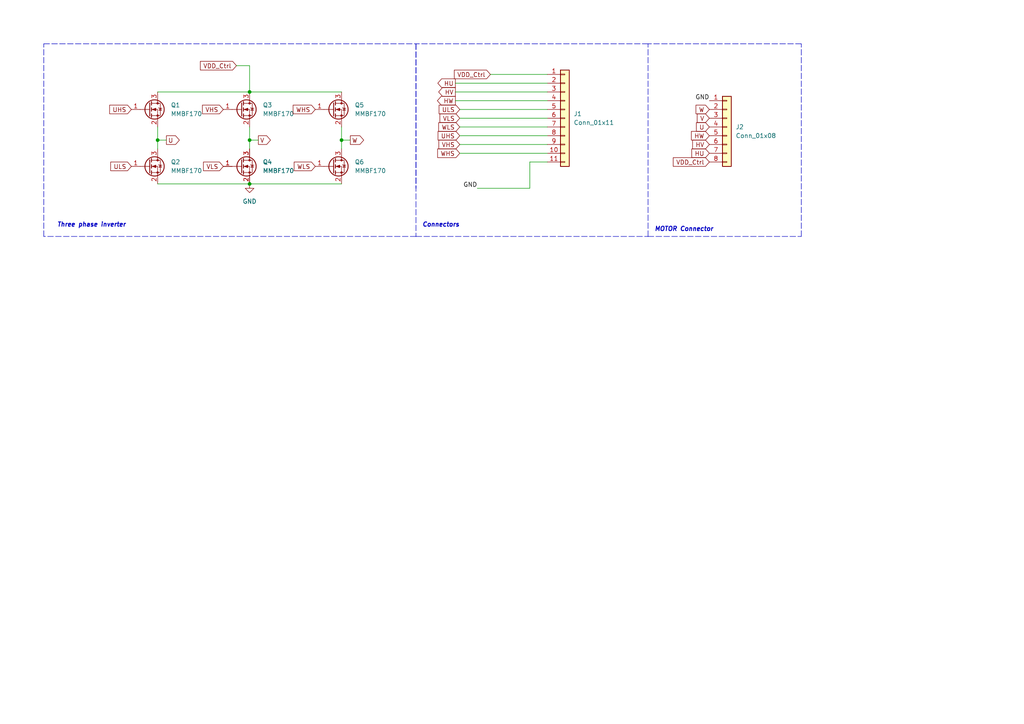
<source format=kicad_sch>
(kicad_sch (version 20211123) (generator eeschema)
  (paper "A4")
  (lib_symbols
    (symbol "Connector_Generic:Conn_01x08" (pin_names (offset 1.016) hide)
      (property "Reference" "J" (at 0 10.16 0))
      (property "Value" "Conn_01x08" (at 0 -12.7 0))
      (symbol "Conn_01x08_1_1"
        (rectangle (start -1.27 -10.033) (end 0 -10.287) (stroke (width 0.1524)))
        (rectangle (start -1.27 -7.493) (end 0 -7.747) (stroke (width 0.1524)))
        (rectangle (start -1.27 -4.953) (end 0 -5.207) (stroke (width 0.1524)))
        (rectangle (start -1.27 -2.413) (end 0 -2.667) (stroke (width 0.1524)))
        (rectangle (start -1.27 0.127) (end 0 -0.127) (stroke (width 0.1524)))
        (rectangle (start -1.27 2.667) (end 0 2.413) (stroke (width 0.1524)))
        (rectangle (start -1.27 5.207) (end 0 4.953) (stroke (width 0.1524)))
        (rectangle (start -1.27 7.747) (end 0 7.493) (stroke (width 0.1524)))
        (rectangle (start -1.27 8.89) (end 1.27 -11.43) (stroke (width 0.254)) (fill (type background)))
        (pin passive line (at -5.08 7.62 0) (length 3.81) (name "Pin_1") (number "1"))
        (pin passive line (at -5.08 5.08 0) (length 3.81) (name "Pin_2") (number "2"))
        (pin passive line (at -5.08 2.54 0) (length 3.81) (name "Pin_3") (number "3"))
        (pin passive line (at -5.08 0 0) (length 3.81) (name "Pin_4") (number "4"))
        (pin passive line (at -5.08 -2.54 0) (length 3.81) (name "Pin_5") (number "5"))
        (pin passive line (at -5.08 -5.08 0) (length 3.81) (name "Pin_6") (number "6"))
        (pin passive line (at -5.08 -7.62 0) (length 3.81) (name "Pin_7") (number "7"))
        (pin passive line (at -5.08 -10.16 0) (length 3.81) (name "Pin_8") (number "8"))
      )
    )
    (symbol "Connector_Generic:Conn_01x11" (pin_names (offset 1.016) hide)
      (property "Reference" "J" (at 0 15.24 0))
      (property "Value" "Conn_01x11" (at 0 -15.24 0))
      (symbol "Conn_01x11_1_1"
        (rectangle (start -1.27 -12.573) (end 0 -12.827) (stroke (width 0.1524)))
        (rectangle (start -1.27 -10.033) (end 0 -10.287) (stroke (width 0.1524)))
        (rectangle (start -1.27 -7.493) (end 0 -7.747) (stroke (width 0.1524)))
        (rectangle (start -1.27 -4.953) (end 0 -5.207) (stroke (width 0.1524)))
        (rectangle (start -1.27 -2.413) (end 0 -2.667) (stroke (width 0.1524)))
        (rectangle (start -1.27 0.127) (end 0 -0.127) (stroke (width 0.1524)))
        (rectangle (start -1.27 2.667) (end 0 2.413) (stroke (width 0.1524)))
        (rectangle (start -1.27 5.207) (end 0 4.953) (stroke (width 0.1524)))
        (rectangle (start -1.27 7.747) (end 0 7.493) (stroke (width 0.1524)))
        (rectangle (start -1.27 10.287) (end 0 10.033) (stroke (width 0.1524)))
        (rectangle (start -1.27 12.827) (end 0 12.573) (stroke (width 0.1524)))
        (rectangle (start -1.27 13.97) (end 1.27 -13.97) (stroke (width 0.254)) (fill (type background)))
        (pin passive line (at -5.08 12.7 0) (length 3.81) (name "Pin_1") (number "1"))
        (pin passive line (at -5.08 -10.16 0) (length 3.81) (name "Pin_10") (number "10"))
        (pin passive line (at -5.08 -12.7 0) (length 3.81) (name "Pin_11") (number "11"))
        (pin passive line (at -5.08 10.16 0) (length 3.81) (name "Pin_2") (number "2"))
        (pin passive line (at -5.08 7.62 0) (length 3.81) (name "Pin_3") (number "3"))
        (pin passive line (at -5.08 5.08 0) (length 3.81) (name "Pin_4") (number "4"))
        (pin passive line (at -5.08 2.54 0) (length 3.81) (name "Pin_5") (number "5"))
        (pin passive line (at -5.08 0 0) (length 3.81) (name "Pin_6") (number "6"))
        (pin passive line (at -5.08 -2.54 0) (length 3.81) (name "Pin_7") (number "7"))
        (pin passive line (at -5.08 -5.08 0) (length 3.81) (name "Pin_8") (number "8"))
        (pin passive line (at -5.08 -7.62 0) (length 3.81) (name "Pin_9") (number "9"))
      )
    )
    (symbol "Transistor_FET:MMBF170" (pin_names hide)
      (property "Reference" "Q" (at 5.08 1.905 0))
      (property "Value" "MMBF170" (at 5.08 0 0))
      (symbol "MMBF170_0_1"
        (polyline (pts (xy 0.254 0) (xy -2.54 0)))
        (polyline (pts (xy 0.254 1.905) (xy 0.254 -1.905)) (stroke (width 0.254)))
        (polyline (pts (xy 0.762 -1.27) (xy 0.762 -2.286)) (stroke (width 0.254)))
        (polyline (pts (xy 0.762 0.508) (xy 0.762 -0.508)) (stroke (width 0.254)))
        (polyline (pts (xy 0.762 2.286) (xy 0.762 1.27)) (stroke (width 0.254)))
        (polyline (pts (xy 2.54 2.54) (xy 2.54 1.778)))
        (polyline (pts (xy 2.54 -2.54) (xy 2.54 0) (xy 0.762 0)))
        (polyline (pts (xy 0.762 -1.778) (xy 3.302 -1.778) (xy 3.302 1.778) (xy 0.762 1.778)))
        (polyline (pts (xy 1.016 0) (xy 2.032 0.381) (xy 2.032 -0.381) (xy 1.016 0)) (fill (type outline)))
        (polyline (pts (xy 2.794 0.508) (xy 2.921 0.381) (xy 3.683 0.381) (xy 3.81 0.254)))
        (polyline (pts (xy 3.302 0.381) (xy 2.921 -0.254) (xy 3.683 -0.254) (xy 3.302 0.381)))
        (circle (center 1.651 0) (radius 2.794) (stroke (width 0.254)))
        (circle (center 2.54 -1.778) (radius 0.254) (fill (type outline)))
        (circle (center 2.54 1.778) (radius 0.254) (fill (type outline)))
      )
      (symbol "MMBF170_1_1"
        (pin input line (at -5.08 0 0) (length 2.54) (name "G") (number "1"))
        (pin passive line (at 2.54 -5.08 90) (length 2.54) (name "S") (number "2"))
        (pin passive line (at 2.54 5.08 270) (length 2.54) (name "D") (number "3"))
      )
    )
    (symbol "power:GND" (power) (pin_names (offset 0))
      (property "Value" "GND" (at 0 -3.81 0))
      (symbol "GND_0_1"
        (polyline (pts (xy 0 0) (xy 0 -1.27) (xy 1.27 -1.27) (xy 0 -2.54) (xy -1.27 -1.27) (xy 0 -1.27)))
      )
      (symbol "GND_1_1"
        (pin power_in line (at 0 0 270) (length 0) hide (name "GND") (number "1"))
      )
    )
  )
  (junction (at 72.39 26.67))
  (junction (at 72.39 40.64))
  (junction (at 45.72 40.64))
  (junction (at 72.39 53.34))
  (junction (at 99.06 40.64))
  (polyline (pts (xy 232.41 12.7) (xy 187.96 12.7)))
  (polyline (pts (xy 12.7 68.58) (xy 12.7 12.7)))
  (wire (pts (xy 153.67 54.61) (xy 153.67 46.99)))
  (wire (pts (xy 133.35 31.75) (xy 158.75 31.75)))
  (polyline (pts (xy 120.65 12.7) (xy 120.65 68.58)))
  (polyline (pts (xy 120.65 68.58) (xy 187.96 68.58)))
  (wire (pts (xy 133.35 41.91) (xy 158.75 41.91)))
  (wire (pts (xy 99.06 40.64) (xy 99.06 43.18)))
  (polyline (pts (xy 187.96 68.58) (xy 187.96 12.7)))
  (wire (pts (xy 72.39 40.64) (xy 72.39 43.18)))
  (wire (pts (xy 72.39 26.67) (xy 99.06 26.67)))
  (wire (pts (xy 138.43 54.61) (xy 153.67 54.61)))
  (wire (pts (xy 133.35 44.45) (xy 158.75 44.45)))
  (wire (pts (xy 133.35 36.83) (xy 158.75 36.83)))
  (wire (pts (xy 132.08 29.21) (xy 158.75 29.21)))
  (wire (pts (xy 142.24 21.59) (xy 158.75 21.59)))
  (wire (pts (xy 45.72 53.34) (xy 72.39 53.34)))
  (wire (pts (xy 45.72 40.64) (xy 45.72 43.18)))
  (wire (pts (xy 72.39 36.83) (xy 72.39 40.64)))
  (wire (pts (xy 133.35 39.37) (xy 158.75 39.37)))
  (wire (pts (xy 45.72 36.83) (xy 45.72 40.64)))
  (polyline (pts (xy 120.65 12.7) (xy 120.65 54.61)))
  (wire (pts (xy 132.08 24.13) (xy 158.75 24.13)))
  (polyline (pts (xy 232.41 68.58) (xy 232.41 12.7)))
  (polyline (pts (xy 12.7 12.7) (xy 120.65 12.7)))
  (wire (pts (xy 68.58 19.05) (xy 72.39 19.05)))
  (wire (pts (xy 72.39 53.34) (xy 99.06 53.34)))
  (polyline (pts (xy 187.96 12.7) (xy 120.65 12.7)))
  (wire (pts (xy 132.08 26.67) (xy 158.75 26.67)))
  (wire (pts (xy 72.39 40.64) (xy 74.93 40.64)))
  (wire (pts (xy 45.72 40.64) (xy 48.26 40.64)))
  (wire (pts (xy 99.06 36.83) (xy 99.06 40.64)))
  (polyline (pts (xy 187.96 68.58) (xy 232.41 68.58)))
  (wire (pts (xy 153.67 46.99) (xy 158.75 46.99)))
  (wire (pts (xy 99.06 40.64) (xy 101.6 40.64)))
  (wire (pts (xy 133.35 34.29) (xy 158.75 34.29)))
  (wire (pts (xy 45.72 26.67) (xy 72.39 26.67)))
  (wire (pts (xy 72.39 19.05) (xy 72.39 26.67)))
  (polyline (pts (xy 120.65 68.58) (xy 12.7 68.58)))
  (text "Three phase inverter" (at 16.51 66.04 0) (effects (font (size 1.27 1.27) (thickness 0.254) bold italic) (justify left bottom)))
  (text "MOTOR Connector\n" (at 207.01 67.31 180) (effects (font (size 1.27 1.27) bold italic) (justify right bottom)))
  (text "Connectors" (at 133.35 66.04 180) (effects (font (size 1.27 1.27) (thickness 0.254) bold italic) (justify right bottom)))
  (label "GND" (at 205.74 29.21 180))
  (label "GND" (at 138.43 54.61 180))
  (global_label "VLS" (shape input) (at 64.77 48.26 180) (property "Intersheet References" "${INTERSHEET_REFS}" (effects hide)))
  (global_label "HU" (shape output) (at 132.08 24.13 180) (property "Intersheet References" "${INTERSHEET_REFS}" (effects hide)))
  (global_label "V" (shape input) (at 205.74 34.29 180) (property "Intersheet References" "${INTERSHEET_REFS}" (effects hide)))
  (global_label "WHS" (shape input) (at 91.44 31.75 180) (property "Intersheet References" "${INTERSHEET_REFS}" (effects hide)))
  (global_label "HU" (shape input) (at 205.74 44.45 180) (property "Intersheet References" "${INTERSHEET_REFS}" (effects hide)))
  (global_label "HV" (shape output) (at 132.08 26.67 180) (property "Intersheet References" "${INTERSHEET_REFS}" (effects hide)))
  (global_label "ULS" (shape input) (at 38.1 48.26 180) (property "Intersheet References" "${INTERSHEET_REFS}" (effects hide)))
  (global_label "VDD_Ctrl" (shape input) (at 142.24 21.59 180) (property "Intersheet References" "${INTERSHEET_REFS}" (effects hide)))
  (global_label "U" (shape input) (at 205.74 36.83 180) (property "Intersheet References" "${INTERSHEET_REFS}" (effects hide)))
  (global_label "ULS" (shape input) (at 133.35 31.75 180) (property "Intersheet References" "${INTERSHEET_REFS}" (effects hide)))
  (global_label "VDD_Ctrl" (shape input) (at 205.74 46.99 180) (property "Intersheet References" "${INTERSHEET_REFS}" (effects hide)))
  (global_label "VDD_Ctrl" (shape input) (at 68.58 19.05 180) (property "Intersheet References" "${INTERSHEET_REFS}" (effects hide)))
  (global_label "WLS" (shape input) (at 133.35 36.83 180) (property "Intersheet References" "${INTERSHEET_REFS}" (effects hide)))
  (global_label "W" (shape output) (at 101.6 40.64 0) (property "Intersheet References" "${INTERSHEET_REFS}" (effects hide)))
  (global_label "WLS" (shape input) (at 91.44 48.26 180) (property "Intersheet References" "${INTERSHEET_REFS}" (effects hide)))
  (global_label "U" (shape output) (at 48.26 40.64 0) (property "Intersheet References" "${INTERSHEET_REFS}" (effects hide)))
  (global_label "W" (shape input) (at 205.74 31.75 180) (property "Intersheet References" "${INTERSHEET_REFS}" (effects hide)))
  (global_label "UHS" (shape input) (at 38.1 31.75 180) (property "Intersheet References" "${INTERSHEET_REFS}" (effects hide)))
  (global_label "VHS" (shape input) (at 133.35 41.91 180) (property "Intersheet References" "${INTERSHEET_REFS}" (effects hide)))
  (global_label "HV" (shape input) (at 205.74 41.91 180) (property "Intersheet References" "${INTERSHEET_REFS}" (effects hide)))
  (global_label "HW" (shape input) (at 205.74 39.37 180) (property "Intersheet References" "${INTERSHEET_REFS}" (effects hide)))
  (global_label "VLS" (shape input) (at 133.35 34.29 180) (property "Intersheet References" "${INTERSHEET_REFS}" (effects hide)))
  (global_label "VHS" (shape input) (at 64.77 31.75 180) (property "Intersheet References" "${INTERSHEET_REFS}" (effects hide)))
  (global_label "HW" (shape output) (at 132.08 29.21 180) (property "Intersheet References" "${INTERSHEET_REFS}" (effects hide)))
  (global_label "WHS" (shape input) (at 133.35 44.45 180) (property "Intersheet References" "${INTERSHEET_REFS}" (effects hide)))
  (global_label "UHS" (shape input) (at 133.35 39.37 180) (property "Intersheet References" "${INTERSHEET_REFS}" (effects hide)))
  (global_label "V" (shape output) (at 74.93 40.64 0) (property "Intersheet References" "${INTERSHEET_REFS}" (effects hide)))
  (symbol (lib_id "Transistor_FET:MMBF170") (at 43.18 48.26 0) (unit 1)
    (property "Reference" "Q2" (at 49.53 46.9899 0) (effects (justify left)))
    (property "Value" "MMBF170" (at 49.53 49.5299 0) (effects (justify left)))
    (property "Footprint" "Package_TO_SOT_SMD:SOT-23" (effects hide))
    (property "Datasheet" "https://www.diodes.com/assets/Datasheets/ds30104.pdf" (effects hide))
  )
  (symbol (lib_id "Transistor_FET:MMBF170") (at 69.85 48.26 0) (unit 1)
    (property "Reference" "Q4" (at 76.2 46.9899 0) (effects (justify left)))
    (property "Value" "MMBF170" (at 76.2 49.5299 0) (effects (justify left)))
    (property "Footprint" "Package_TO_SOT_SMD:SOT-23" (effects hide))
    (property "Datasheet" "https://www.diodes.com/assets/Datasheets/ds30104.pdf" (effects hide))
  )
  (symbol (lib_id "Connector_Generic:Conn_01x11") (at 163.83 34.29 0) (unit 1)
    (property "Reference" "J1" (at 166.37 33.0199 0) (effects (justify left)))
    (property "Value" "Conn_01x11" (at 166.37 35.5599 0) (effects (justify left)))
    (property "Footprint" "Connector_PinHeader_2.54mm:PinHeader_1x11_P2.54mm_Vertical" (effects hide))
  )
  (symbol (lib_id "Transistor_FET:MMBF170") (at 96.52 48.26 0) (unit 1)
    (property "Reference" "Q6" (at 102.87 46.9899 0) (effects (justify left)))
    (property "Value" "MMBF170" (at 102.87 49.5299 0) (effects (justify left)))
    (property "Footprint" "Package_TO_SOT_SMD:SOT-23" (effects hide))
    (property "Datasheet" "https://www.diodes.com/assets/Datasheets/ds30104.pdf" (effects hide))
  )
  (symbol (lib_id "Connector_Generic:Conn_01x08") (at 210.82 36.83 0) (unit 1)
    (property "Reference" "J2" (at 213.36 36.8299 0) (effects (justify left)))
    (property "Value" "Conn_01x08" (at 213.36 39.3699 0) (effects (justify left)))
    (property "Footprint" "Connector_PinHeader_1.00mm:PinHeader_1x08_P1.00mm_Horizontal" (effects hide))
  )
  (symbol (lib_id "Transistor_FET:MMBF170") (at 69.85 31.75 0) (unit 1)
    (property "Reference" "Q3" (at 76.2 30.4799 0) (effects (justify left)))
    (property "Value" "MMBF170" (at 76.2 33.0199 0) (effects (justify left)))
    (property "Footprint" "Package_TO_SOT_SMD:SOT-23" (effects hide))
    (property "Datasheet" "https://www.diodes.com/assets/Datasheets/ds30104.pdf" (effects hide))
  )
  (symbol (lib_id "power:GND") (at 72.39 53.34 0) (unit 1)
    (property "Reference" "#PWR0101" (effects hide))
    (property "Value" "GND" (at 72.39 58.42 0))
  )
  (symbol (lib_id "Transistor_FET:MMBF170") (at 96.52 31.75 0) (unit 1)
    (property "Reference" "Q5" (at 102.87 30.4799 0) (effects (justify left)))
    (property "Value" "MMBF170" (at 102.87 33.0199 0) (effects (justify left)))
    (property "Footprint" "Package_TO_SOT_SMD:SOT-23" (effects hide))
    (property "Datasheet" "https://www.diodes.com/assets/Datasheets/ds30104.pdf" (effects hide))
  )
  (symbol (lib_id "Transistor_FET:MMBF170") (at 43.18 31.75 0) (unit 1)
    (property "Reference" "Q1" (at 49.53 30.4799 0) (effects (justify left)))
    (property "Value" "MMBF170" (at 49.53 33.0199 0) (effects (justify left)))
    (property "Footprint" "Package_TO_SOT_SMD:SOT-23" (effects hide))
    (property "Datasheet" "https://www.diodes.com/assets/Datasheets/ds30104.pdf" (effects hide))
  )
)
</source>
